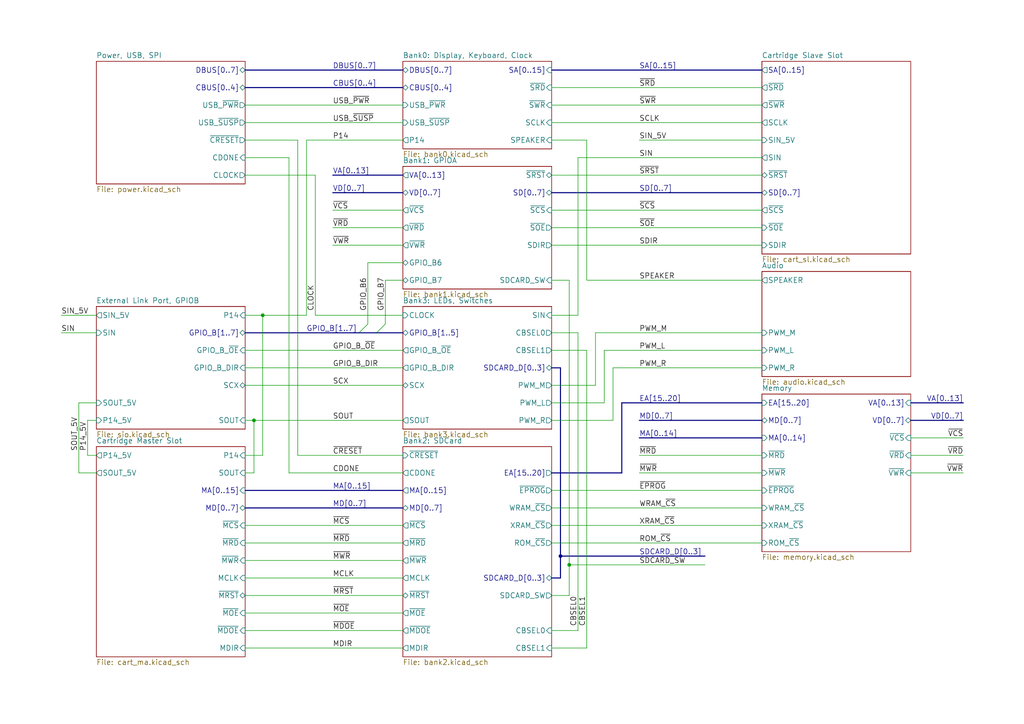
<source format=kicad_sch>
(kicad_sch
	(version 20231120)
	(generator "eeschema")
	(generator_version "8.0")
	(uuid "48db9807-b007-455a-951c-7ea167fb2069")
	(paper "A4")
	(title_block
		(title "Game Boy reverse eng. FPGA board")
		(date "2024-12-09")
		(rev "1")
		(company "CC-BY-SA-4.0 Michael Singer")
		(comment 1 "https://github.com/msinger/gbreveng/")
		(comment 2 "http://iceboy.a-singer.de/")
	)
	(lib_symbols)
	(junction
		(at 165.1 163.83)
		(diameter 0)
		(color 0 0 0 0)
		(uuid "183664f1-2fab-419e-86d6-4020822aa875")
	)
	(junction
		(at 73.66 121.92)
		(diameter 0)
		(color 0 0 0 0)
		(uuid "24d85a97-1007-46ab-a0d8-460c890235fc")
	)
	(junction
		(at 76.2 91.44)
		(diameter 0)
		(color 0 0 0 0)
		(uuid "29a1298a-d86c-41a7-a661-56f65b78cfcb")
	)
	(junction
		(at 162.56 161.29)
		(diameter 0)
		(color 0 0 0 0)
		(uuid "c1388cdc-66da-45b9-96c5-7f0e587eb013")
	)
	(bus_entry
		(at 109.22 96.52)
		(size 2.54 -2.54)
		(stroke
			(width 0)
			(type default)
		)
		(uuid "176f25e5-7075-4653-b52d-55f621372a92")
	)
	(bus_entry
		(at 104.14 96.52)
		(size 2.54 -2.54)
		(stroke
			(width 0)
			(type default)
		)
		(uuid "1e6df631-1406-4811-8ec0-9fb6c62c51fc")
	)
	(wire
		(pts
			(xy 86.36 132.08) (xy 116.84 132.08)
		)
		(stroke
			(width 0)
			(type default)
		)
		(uuid "012d7ae4-5402-478f-8c31-d322a2310aa6")
	)
	(wire
		(pts
			(xy 25.4 121.92) (xy 25.4 132.08)
		)
		(stroke
			(width 0)
			(type default)
		)
		(uuid "03e8baf6-87e4-4c83-a815-3c89026e57a8")
	)
	(wire
		(pts
			(xy 22.86 116.84) (xy 22.86 137.16)
		)
		(stroke
			(width 0)
			(type default)
		)
		(uuid "04745ba6-bc35-46ee-94af-bf9ad20b545c")
	)
	(wire
		(pts
			(xy 172.72 96.52) (xy 220.98 96.52)
		)
		(stroke
			(width 0)
			(type default)
		)
		(uuid "0576d78d-fba8-4fd0-be85-08c1add85319")
	)
	(wire
		(pts
			(xy 73.66 121.92) (xy 116.84 121.92)
		)
		(stroke
			(width 0)
			(type default)
		)
		(uuid "05968682-9eed-4d0d-a022-755893ed3e15")
	)
	(bus
		(pts
			(xy 185.42 127) (xy 220.98 127)
		)
		(stroke
			(width 0)
			(type default)
		)
		(uuid "05e9110b-c28e-412f-9b33-aff63eb3822a")
	)
	(wire
		(pts
			(xy 71.12 91.44) (xy 76.2 91.44)
		)
		(stroke
			(width 0)
			(type default)
		)
		(uuid "07e2ad15-06bf-4f1f-8bea-5ab53260292b")
	)
	(wire
		(pts
			(xy 71.12 167.64) (xy 116.84 167.64)
		)
		(stroke
			(width 0)
			(type default)
		)
		(uuid "0ad144de-b51c-42c1-857b-16efcee9e7db")
	)
	(wire
		(pts
			(xy 160.02 152.4) (xy 220.98 152.4)
		)
		(stroke
			(width 0)
			(type default)
		)
		(uuid "0ce76df8-a708-4611-8ada-79cd0ebda5f3")
	)
	(wire
		(pts
			(xy 116.84 35.56) (xy 71.12 35.56)
		)
		(stroke
			(width 0)
			(type default)
		)
		(uuid "0de18583-28f8-44e3-9f0a-6661f041b803")
	)
	(wire
		(pts
			(xy 160.02 147.32) (xy 220.98 147.32)
		)
		(stroke
			(width 0)
			(type default)
		)
		(uuid "101e8a98-0e68-4c00-98c3-99d7c065a77c")
	)
	(wire
		(pts
			(xy 177.8 106.68) (xy 220.98 106.68)
		)
		(stroke
			(width 0)
			(type default)
		)
		(uuid "128ed1ad-209f-4141-a23c-04c98c9ab69f")
	)
	(wire
		(pts
			(xy 167.64 91.44) (xy 160.02 91.44)
		)
		(stroke
			(width 0)
			(type default)
		)
		(uuid "13ef4d39-71a5-4177-aa75-797febaca68a")
	)
	(wire
		(pts
			(xy 71.12 50.8) (xy 91.44 50.8)
		)
		(stroke
			(width 0)
			(type default)
		)
		(uuid "17796a11-3a6b-47e2-b1fd-9fc5db82ec91")
	)
	(wire
		(pts
			(xy 71.12 177.8) (xy 116.84 177.8)
		)
		(stroke
			(width 0)
			(type default)
		)
		(uuid "18dbb590-3ad7-447d-9962-1146cd327ef5")
	)
	(wire
		(pts
			(xy 71.12 121.92) (xy 73.66 121.92)
		)
		(stroke
			(width 0)
			(type default)
		)
		(uuid "1d57ecb4-42f8-45dc-969a-b5f438ad8914")
	)
	(wire
		(pts
			(xy 71.12 152.4) (xy 116.84 152.4)
		)
		(stroke
			(width 0)
			(type default)
		)
		(uuid "1ef7add7-4aaa-4a22-95f5-d9d62968a72b")
	)
	(wire
		(pts
			(xy 71.12 162.56) (xy 116.84 162.56)
		)
		(stroke
			(width 0)
			(type default)
		)
		(uuid "20642cb7-bfd8-454d-9612-74322e7895cd")
	)
	(bus
		(pts
			(xy 160.02 20.32) (xy 220.98 20.32)
		)
		(stroke
			(width 0)
			(type default)
		)
		(uuid "2181d5fb-beda-4b92-815a-6efd0ed758ea")
	)
	(wire
		(pts
			(xy 220.98 101.6) (xy 175.26 101.6)
		)
		(stroke
			(width 0)
			(type default)
		)
		(uuid "251713a5-923e-43fb-896c-828e4729b33c")
	)
	(bus
		(pts
			(xy 162.56 161.29) (xy 204.47 161.29)
		)
		(stroke
			(width 0)
			(type default)
		)
		(uuid "26425954-c76f-45f1-acb1-6d80f9d8aafc")
	)
	(wire
		(pts
			(xy 160.02 142.24) (xy 220.98 142.24)
		)
		(stroke
			(width 0)
			(type default)
		)
		(uuid "28d1bdb6-b49c-4889-88ef-0537365d6184")
	)
	(wire
		(pts
			(xy 170.18 101.6) (xy 160.02 101.6)
		)
		(stroke
			(width 0)
			(type default)
		)
		(uuid "2a839e44-b7cc-4a34-818b-9548e45bfcfd")
	)
	(wire
		(pts
			(xy 172.72 111.76) (xy 172.72 96.52)
		)
		(stroke
			(width 0)
			(type default)
		)
		(uuid "2ab2ada5-281a-4937-a17e-7e2d29d55b47")
	)
	(bus
		(pts
			(xy 71.12 20.32) (xy 116.84 20.32)
		)
		(stroke
			(width 0)
			(type default)
		)
		(uuid "2ef602ab-3ae0-44f5-b6e1-07018d98f1e5")
	)
	(wire
		(pts
			(xy 71.12 45.72) (xy 83.82 45.72)
		)
		(stroke
			(width 0)
			(type default)
		)
		(uuid "2f85903d-0f31-4669-b5ba-432af0de5aa8")
	)
	(wire
		(pts
			(xy 160.02 111.76) (xy 172.72 111.76)
		)
		(stroke
			(width 0)
			(type default)
		)
		(uuid "31ac7bf8-be5f-4745-a05e-88999ef3375e")
	)
	(bus
		(pts
			(xy 96.52 55.88) (xy 116.84 55.88)
		)
		(stroke
			(width 0)
			(type default)
		)
		(uuid "337cbd16-5af5-4f62-b723-84a0000dbf9b")
	)
	(bus
		(pts
			(xy 162.56 106.68) (xy 162.56 161.29)
		)
		(stroke
			(width 0)
			(type default)
		)
		(uuid "356972ff-9a08-45a0-9d6c-d4410f7b7597")
	)
	(wire
		(pts
			(xy 111.76 81.28) (xy 111.76 93.98)
		)
		(stroke
			(width 0)
			(type default)
		)
		(uuid "379a988b-80c2-4cae-83e6-116eaaf8ae8e")
	)
	(wire
		(pts
			(xy 71.12 40.64) (xy 86.36 40.64)
		)
		(stroke
			(width 0)
			(type default)
		)
		(uuid "37cdc608-711c-4875-be35-a5c0cb907da4")
	)
	(wire
		(pts
			(xy 165.1 163.83) (xy 204.47 163.83)
		)
		(stroke
			(width 0)
			(type default)
		)
		(uuid "39786fea-8e86-4fba-96b3-f3f4b1992ae6")
	)
	(wire
		(pts
			(xy 73.66 121.92) (xy 73.66 137.16)
		)
		(stroke
			(width 0)
			(type default)
		)
		(uuid "3a537b2d-e133-4060-a52b-7a54fa8dbced")
	)
	(bus
		(pts
			(xy 160.02 137.16) (xy 180.34 137.16)
		)
		(stroke
			(width 0)
			(type default)
		)
		(uuid "3d575b2f-7c1a-4ab2-8a7d-c457e6a305a5")
	)
	(wire
		(pts
			(xy 165.1 172.72) (xy 165.1 163.83)
		)
		(stroke
			(width 0)
			(type default)
		)
		(uuid "3d8f0e27-3993-474c-a664-2883d7ad5c47")
	)
	(wire
		(pts
			(xy 71.12 182.88) (xy 116.84 182.88)
		)
		(stroke
			(width 0)
			(type default)
		)
		(uuid "3fd768cc-b06d-4799-a6d8-da206842e878")
	)
	(wire
		(pts
			(xy 167.64 45.72) (xy 167.64 91.44)
		)
		(stroke
			(width 0)
			(type default)
		)
		(uuid "3ff8cf90-9389-42a6-b7e3-c5d6a8bf5e5a")
	)
	(wire
		(pts
			(xy 106.68 76.2) (xy 116.84 76.2)
		)
		(stroke
			(width 0)
			(type default)
		)
		(uuid "424254c2-aa37-4c8b-8cdc-55c0940841f8")
	)
	(wire
		(pts
			(xy 27.94 91.44) (xy 17.78 91.44)
		)
		(stroke
			(width 0)
			(type default)
		)
		(uuid "45c14bb0-3da5-410a-9e83-5adaf98e2c4c")
	)
	(wire
		(pts
			(xy 175.26 101.6) (xy 175.26 116.84)
		)
		(stroke
			(width 0)
			(type default)
		)
		(uuid "4716b72e-8415-4ca8-831a-13ae6834f2ae")
	)
	(wire
		(pts
			(xy 96.52 60.96) (xy 116.84 60.96)
		)
		(stroke
			(width 0)
			(type default)
		)
		(uuid "49370722-e8c9-4bd4-8b2b-912183c1e0e7")
	)
	(wire
		(pts
			(xy 71.12 106.68) (xy 116.84 106.68)
		)
		(stroke
			(width 0)
			(type default)
		)
		(uuid "4b54f40f-9989-4b61-a9ad-c0300064ffbd")
	)
	(wire
		(pts
			(xy 279.4 132.08) (xy 264.16 132.08)
		)
		(stroke
			(width 0)
			(type default)
		)
		(uuid "4b98b82e-812e-48ae-a13e-d5b3c7ed317b")
	)
	(wire
		(pts
			(xy 170.18 81.28) (xy 220.98 81.28)
		)
		(stroke
			(width 0)
			(type default)
		)
		(uuid "51397f67-e47b-4701-8629-422a54669941")
	)
	(wire
		(pts
			(xy 71.12 157.48) (xy 116.84 157.48)
		)
		(stroke
			(width 0)
			(type default)
		)
		(uuid "515cb5f7-cd10-4658-a2d8-bcdaa975c5eb")
	)
	(wire
		(pts
			(xy 167.64 96.52) (xy 167.64 182.88)
		)
		(stroke
			(width 0)
			(type default)
		)
		(uuid "53860e02-5135-40bb-bf7b-7d1a4cc0805d")
	)
	(wire
		(pts
			(xy 185.42 40.64) (xy 220.98 40.64)
		)
		(stroke
			(width 0)
			(type default)
		)
		(uuid "53b4ed44-26ff-43f2-acbf-c0e066a1f591")
	)
	(wire
		(pts
			(xy 91.44 91.44) (xy 116.84 91.44)
		)
		(stroke
			(width 0)
			(type default)
		)
		(uuid "56b3a151-4a2f-4f5b-88af-80f0403dcb0c")
	)
	(wire
		(pts
			(xy 160.02 35.56) (xy 220.98 35.56)
		)
		(stroke
			(width 0)
			(type default)
		)
		(uuid "58d5271e-f6bc-437c-8901-c46618224bd5")
	)
	(bus
		(pts
			(xy 279.4 121.92) (xy 264.16 121.92)
		)
		(stroke
			(width 0)
			(type default)
		)
		(uuid "5a3cd959-93d6-424b-bb6a-267ae001ab98")
	)
	(wire
		(pts
			(xy 160.02 182.88) (xy 167.64 182.88)
		)
		(stroke
			(width 0)
			(type default)
		)
		(uuid "5b0e211c-744c-4b63-9ef4-9b82baefce1c")
	)
	(wire
		(pts
			(xy 22.86 116.84) (xy 27.94 116.84)
		)
		(stroke
			(width 0)
			(type default)
		)
		(uuid "5c6a60fe-ceb8-419e-a282-e4db25c28358")
	)
	(bus
		(pts
			(xy 71.12 142.24) (xy 116.84 142.24)
		)
		(stroke
			(width 0)
			(type default)
		)
		(uuid "5c824f35-ead5-476f-89ca-d59341827875")
	)
	(wire
		(pts
			(xy 165.1 81.28) (xy 160.02 81.28)
		)
		(stroke
			(width 0)
			(type default)
		)
		(uuid "6b60fe77-b0cd-4aa3-a6a1-dc9978e55a3a")
	)
	(wire
		(pts
			(xy 71.12 187.96) (xy 116.84 187.96)
		)
		(stroke
			(width 0)
			(type default)
		)
		(uuid "6c14ae7b-2cd3-492e-881f-7009e87408bb")
	)
	(wire
		(pts
			(xy 86.36 40.64) (xy 86.36 132.08)
		)
		(stroke
			(width 0)
			(type default)
		)
		(uuid "6fdafab4-9497-4007-9025-97dd1fa1a04f")
	)
	(bus
		(pts
			(xy 71.12 25.4) (xy 116.84 25.4)
		)
		(stroke
			(width 0)
			(type default)
		)
		(uuid "749ac355-220f-4a05-ba96-2cf6d89cf9b1")
	)
	(wire
		(pts
			(xy 160.02 50.8) (xy 220.98 50.8)
		)
		(stroke
			(width 0)
			(type default)
		)
		(uuid "753b53d4-b157-4379-9b3f-501cbf8e34e3")
	)
	(wire
		(pts
			(xy 160.02 60.96) (xy 220.98 60.96)
		)
		(stroke
			(width 0)
			(type default)
		)
		(uuid "7b7d922e-27a6-4f11-9071-66ab72b9ec31")
	)
	(wire
		(pts
			(xy 25.4 132.08) (xy 27.94 132.08)
		)
		(stroke
			(width 0)
			(type default)
		)
		(uuid "7e144cd1-06f9-4a44-bd4d-b2d859f52d37")
	)
	(wire
		(pts
			(xy 175.26 116.84) (xy 160.02 116.84)
		)
		(stroke
			(width 0)
			(type default)
		)
		(uuid "809f9588-258a-42fc-99bf-8a9a1a866742")
	)
	(wire
		(pts
			(xy 160.02 30.48) (xy 220.98 30.48)
		)
		(stroke
			(width 0)
			(type default)
		)
		(uuid "85cc8f77-c3cf-458e-beb9-3456b7d2c1ff")
	)
	(wire
		(pts
			(xy 167.64 96.52) (xy 160.02 96.52)
		)
		(stroke
			(width 0)
			(type default)
		)
		(uuid "883d2fab-3e04-4624-946f-6faaf42b31e5")
	)
	(wire
		(pts
			(xy 160.02 66.04) (xy 220.98 66.04)
		)
		(stroke
			(width 0)
			(type default)
		)
		(uuid "88676090-5878-4529-b226-3a075690202c")
	)
	(wire
		(pts
			(xy 185.42 132.08) (xy 220.98 132.08)
		)
		(stroke
			(width 0)
			(type default)
		)
		(uuid "889d1a3f-1d87-410c-8453-bd022b5a5ab1")
	)
	(bus
		(pts
			(xy 185.42 121.92) (xy 220.98 121.92)
		)
		(stroke
			(width 0)
			(type default)
		)
		(uuid "8aefcea3-6b77-4fc3-bb4a-e57b9f47d472")
	)
	(wire
		(pts
			(xy 71.12 172.72) (xy 116.84 172.72)
		)
		(stroke
			(width 0)
			(type default)
		)
		(uuid "8cce5c51-614c-4136-b5d1-ad622561bdef")
	)
	(wire
		(pts
			(xy 160.02 157.48) (xy 220.98 157.48)
		)
		(stroke
			(width 0)
			(type default)
		)
		(uuid "8d182d99-a0d1-4886-a214-6e14b1837f85")
	)
	(wire
		(pts
			(xy 279.4 127) (xy 264.16 127)
		)
		(stroke
			(width 0)
			(type default)
		)
		(uuid "9308ced7-71a4-4074-8067-05f2b55c63f7")
	)
	(bus
		(pts
			(xy 220.98 116.84) (xy 180.34 116.84)
		)
		(stroke
			(width 0)
			(type default)
		)
		(uuid "962ec7fb-dd9a-4f9f-94c8-c33ad473b911")
	)
	(wire
		(pts
			(xy 220.98 71.12) (xy 160.02 71.12)
		)
		(stroke
			(width 0)
			(type default)
		)
		(uuid "9b431270-4a74-4334-a414-16f1aaae78cf")
	)
	(wire
		(pts
			(xy 185.42 137.16) (xy 220.98 137.16)
		)
		(stroke
			(width 0)
			(type default)
		)
		(uuid "9b480c6d-0b77-40a5-908a-f385fd2ea9e9")
	)
	(wire
		(pts
			(xy 88.9 91.44) (xy 88.9 40.64)
		)
		(stroke
			(width 0)
			(type default)
		)
		(uuid "9c770969-21f2-4488-8302-3cd9fd2b49cc")
	)
	(wire
		(pts
			(xy 167.64 45.72) (xy 220.98 45.72)
		)
		(stroke
			(width 0)
			(type default)
		)
		(uuid "9e6d91d6-5659-470b-b0b4-2c2ae0487cc7")
	)
	(wire
		(pts
			(xy 88.9 40.64) (xy 116.84 40.64)
		)
		(stroke
			(width 0)
			(type default)
		)
		(uuid "a0d2a55a-9015-41bc-8c40-403ae4042f39")
	)
	(bus
		(pts
			(xy 162.56 167.64) (xy 162.56 161.29)
		)
		(stroke
			(width 0)
			(type default)
		)
		(uuid "a2b79602-d15c-4226-9f43-4df639374334")
	)
	(wire
		(pts
			(xy 165.1 163.83) (xy 165.1 81.28)
		)
		(stroke
			(width 0)
			(type default)
		)
		(uuid "a76dba1b-e970-4314-a8d7-e549a761db62")
	)
	(wire
		(pts
			(xy 160.02 172.72) (xy 165.1 172.72)
		)
		(stroke
			(width 0)
			(type default)
		)
		(uuid "aa1e0c69-c99c-405a-a982-8bedaa7b7402")
	)
	(bus
		(pts
			(xy 71.12 96.52) (xy 104.14 96.52)
		)
		(stroke
			(width 0)
			(type default)
		)
		(uuid "aabbc778-4f38-4209-a584-f2711c763a20")
	)
	(wire
		(pts
			(xy 71.12 111.76) (xy 116.84 111.76)
		)
		(stroke
			(width 0)
			(type default)
		)
		(uuid "ab3f7285-7709-4316-8c98-ccb8ac569c98")
	)
	(wire
		(pts
			(xy 76.2 91.44) (xy 88.9 91.44)
		)
		(stroke
			(width 0)
			(type default)
		)
		(uuid "acded5c5-ad7c-40ae-90cc-035fa1385b1d")
	)
	(wire
		(pts
			(xy 76.2 91.44) (xy 76.2 132.08)
		)
		(stroke
			(width 0)
			(type default)
		)
		(uuid "ae061bb4-ac02-4149-90bb-175987cf9309")
	)
	(wire
		(pts
			(xy 71.12 30.48) (xy 116.84 30.48)
		)
		(stroke
			(width 0)
			(type default)
		)
		(uuid "aeffe0c2-ad9a-4092-966b-9b3b82cf391f")
	)
	(wire
		(pts
			(xy 160.02 121.92) (xy 177.8 121.92)
		)
		(stroke
			(width 0)
			(type default)
		)
		(uuid "b30ddeff-b222-4011-a38d-be6849354f27")
	)
	(wire
		(pts
			(xy 17.78 96.52) (xy 27.94 96.52)
		)
		(stroke
			(width 0)
			(type default)
		)
		(uuid "b4bb0608-ff02-42e4-af19-37e44de7554b")
	)
	(wire
		(pts
			(xy 91.44 50.8) (xy 91.44 91.44)
		)
		(stroke
			(width 0)
			(type default)
		)
		(uuid "b674d534-855a-4b73-8e45-d66baf22eb0d")
	)
	(wire
		(pts
			(xy 279.4 137.16) (xy 264.16 137.16)
		)
		(stroke
			(width 0)
			(type default)
		)
		(uuid "b7ad463d-05c0-4c68-b06e-a033736a3509")
	)
	(bus
		(pts
			(xy 160.02 55.88) (xy 220.98 55.88)
		)
		(stroke
			(width 0)
			(type default)
		)
		(uuid "c3bfc84c-010d-41a6-962b-bc1218bb67c3")
	)
	(wire
		(pts
			(xy 83.82 137.16) (xy 116.84 137.16)
		)
		(stroke
			(width 0)
			(type default)
		)
		(uuid "c4353e93-a54d-422c-a4e9-e144ff154ac9")
	)
	(wire
		(pts
			(xy 170.18 101.6) (xy 170.18 187.96)
		)
		(stroke
			(width 0)
			(type default)
		)
		(uuid "c55b64c5-eafe-4e92-9beb-07d629b0c92b")
	)
	(wire
		(pts
			(xy 177.8 121.92) (xy 177.8 106.68)
		)
		(stroke
			(width 0)
			(type default)
		)
		(uuid "c6817253-cb42-4567-b596-a1ab6fe30333")
	)
	(wire
		(pts
			(xy 116.84 81.28) (xy 111.76 81.28)
		)
		(stroke
			(width 0)
			(type default)
		)
		(uuid "c6c39cf3-ebd4-443f-a52e-7379d8a2e0e0")
	)
	(wire
		(pts
			(xy 27.94 137.16) (xy 22.86 137.16)
		)
		(stroke
			(width 0)
			(type default)
		)
		(uuid "c815945d-33f3-452a-a0cc-1c435c97fc52")
	)
	(bus
		(pts
			(xy 162.56 106.68) (xy 160.02 106.68)
		)
		(stroke
			(width 0)
			(type default)
		)
		(uuid "ca02f263-8d69-4d16-9659-2260e4d497af")
	)
	(bus
		(pts
			(xy 109.22 96.52) (xy 116.84 96.52)
		)
		(stroke
			(width 0)
			(type default)
		)
		(uuid "d80cac97-4522-44b0-b520-8e764524add8")
	)
	(wire
		(pts
			(xy 106.68 76.2) (xy 106.68 93.98)
		)
		(stroke
			(width 0)
			(type default)
		)
		(uuid "decac8ea-2566-4510-aada-969da69ed0da")
	)
	(wire
		(pts
			(xy 71.12 101.6) (xy 116.84 101.6)
		)
		(stroke
			(width 0)
			(type default)
		)
		(uuid "df6f42ae-ff8a-426a-a65a-7017158af9d9")
	)
	(bus
		(pts
			(xy 160.02 167.64) (xy 162.56 167.64)
		)
		(stroke
			(width 0)
			(type default)
		)
		(uuid "e16058ea-7e08-4d13-84bc-1495f6a872e6")
	)
	(bus
		(pts
			(xy 180.34 116.84) (xy 180.34 137.16)
		)
		(stroke
			(width 0)
			(type default)
		)
		(uuid "e1f93b00-534d-4597-959c-dfad2c680337")
	)
	(bus
		(pts
			(xy 96.52 50.8) (xy 116.84 50.8)
		)
		(stroke
			(width 0)
			(type default)
		)
		(uuid "e44da94b-df2b-4f7c-9d49-7b9b491ca888")
	)
	(wire
		(pts
			(xy 76.2 132.08) (xy 71.12 132.08)
		)
		(stroke
			(width 0)
			(type default)
		)
		(uuid "e6010ff6-53c2-40de-be32-4aa79b9dc01c")
	)
	(wire
		(pts
			(xy 160.02 187.96) (xy 170.18 187.96)
		)
		(stroke
			(width 0)
			(type default)
		)
		(uuid "eb9aad55-6369-4087-9c16-11c4cf51b60b")
	)
	(bus
		(pts
			(xy 279.4 116.84) (xy 264.16 116.84)
		)
		(stroke
			(width 0)
			(type default)
		)
		(uuid "ec1d7b4c-a91c-412e-9999-d6f219862f7d")
	)
	(bus
		(pts
			(xy 104.14 96.52) (xy 109.22 96.52)
		)
		(stroke
			(width 0)
			(type default)
		)
		(uuid "ed7c7c13-0978-4e71-a4e0-30b14fa1cbac")
	)
	(wire
		(pts
			(xy 96.52 71.12) (xy 116.84 71.12)
		)
		(stroke
			(width 0)
			(type default)
		)
		(uuid "ef1e58a1-c398-4025-9b17-e0623815d644")
	)
	(wire
		(pts
			(xy 83.82 45.72) (xy 83.82 137.16)
		)
		(stroke
			(width 0)
			(type default)
		)
		(uuid "efa2ed3d-9953-4823-a907-f690975e9395")
	)
	(wire
		(pts
			(xy 160.02 25.4) (xy 220.98 25.4)
		)
		(stroke
			(width 0)
			(type default)
		)
		(uuid "f155120c-c29b-4b85-850f-5f2ec800bd52")
	)
	(wire
		(pts
			(xy 160.02 40.64) (xy 170.18 40.64)
		)
		(stroke
			(width 0)
			(type default)
		)
		(uuid "f1a7bbf0-a060-4e0a-92c8-4b6a577c9d1d")
	)
	(wire
		(pts
			(xy 96.52 66.04) (xy 116.84 66.04)
		)
		(stroke
			(width 0)
			(type default)
		)
		(uuid "f6b9f9e7-40ab-415d-9bd9-a0cc2827db1b")
	)
	(wire
		(pts
			(xy 170.18 40.64) (xy 170.18 81.28)
		)
		(stroke
			(width 0)
			(type default)
		)
		(uuid "fa2e4064-9bd9-4672-ba08-0364a8f6e63e")
	)
	(wire
		(pts
			(xy 73.66 137.16) (xy 71.12 137.16)
		)
		(stroke
			(width 0)
			(type default)
		)
		(uuid "fb2e650c-89c3-46e1-8c45-22e22f1c6637")
	)
	(wire
		(pts
			(xy 27.94 121.92) (xy 25.4 121.92)
		)
		(stroke
			(width 0)
			(type default)
		)
		(uuid "fd20980f-afb6-4427-b64d-c8966907542f")
	)
	(bus
		(pts
			(xy 71.12 147.32) (xy 116.84 147.32)
		)
		(stroke
			(width 0)
			(type default)
		)
		(uuid "fed4866f-6742-422e-8009-c187de761c28")
	)
	(label "VD[0..7]"
		(at 279.4 121.92 180)
		(fields_autoplaced yes)
		(effects
			(font
				(size 1.524 1.524)
			)
			(justify right bottom)
		)
		(uuid "0140d758-734d-4864-9cf4-536ca7d3404f")
	)
	(label "~{MCS}"
		(at 96.52 152.4 0)
		(fields_autoplaced yes)
		(effects
			(font
				(size 1.524 1.524)
			)
			(justify left bottom)
		)
		(uuid "11444917-407d-4cc1-81fa-2b7ae2c6299d")
	)
	(label "CLOCK"
		(at 91.44 90.17 90)
		(fields_autoplaced yes)
		(effects
			(font
				(size 1.524 1.524)
			)
			(justify left bottom)
		)
		(uuid "118e86cd-dc67-44f1-9a8d-6e0b355eeb8d")
	)
	(label "SIN"
		(at 17.78 96.52 0)
		(fields_autoplaced yes)
		(effects
			(font
				(size 1.524 1.524)
			)
			(justify left bottom)
		)
		(uuid "12bb0798-d953-495a-a03f-0e60cae9da97")
	)
	(label "~{VCS}"
		(at 279.4 127 180)
		(fields_autoplaced yes)
		(effects
			(font
				(size 1.524 1.524)
			)
			(justify right bottom)
		)
		(uuid "1385e272-7666-4790-840d-e049a4922b2a")
	)
	(label "~{VWR}"
		(at 279.4 137.16 180)
		(fields_autoplaced yes)
		(effects
			(font
				(size 1.524 1.524)
			)
			(justify right bottom)
		)
		(uuid "19c608cd-a59c-4479-ab66-ebe70037d880")
	)
	(label "MA[0..15]"
		(at 96.52 142.24 0)
		(fields_autoplaced yes)
		(effects
			(font
				(size 1.524 1.524)
			)
			(justify left bottom)
		)
		(uuid "1e6c9106-ce85-44a6-b4a7-2334015771b8")
	)
	(label "PWM_L"
		(at 185.42 101.6 0)
		(fields_autoplaced yes)
		(effects
			(font
				(size 1.524 1.524)
			)
			(justify left bottom)
		)
		(uuid "203739cc-2194-4780-9b93-27b7ccc09fc4")
	)
	(label "~{VRD}"
		(at 279.4 132.08 180)
		(fields_autoplaced yes)
		(effects
			(font
				(size 1.524 1.524)
			)
			(justify right bottom)
		)
		(uuid "20ddc7b6-e247-4c18-9ffc-b6d1632563ec")
	)
	(label "SPEAKER"
		(at 185.42 81.28 0)
		(fields_autoplaced yes)
		(effects
			(font
				(size 1.524 1.524)
			)
			(justify left bottom)
		)
		(uuid "22747591-165c-4d73-88f3-4106c754b6ef")
	)
	(label "GPIO_B6"
		(at 106.68 90.17 90)
		(fields_autoplaced yes)
		(effects
			(font
				(size 1.524 1.524)
			)
			(justify left bottom)
		)
		(uuid "231f7e7a-adf9-4880-89ff-dbf8c0c1f90c")
	)
	(label "~{SRST}"
		(at 185.42 50.8 0)
		(fields_autoplaced yes)
		(effects
			(font
				(size 1.524 1.524)
			)
			(justify left bottom)
		)
		(uuid "29255549-c879-41cb-9253-77c2f8525186")
	)
	(label "GPIO_B_DIR"
		(at 96.52 106.68 0)
		(fields_autoplaced yes)
		(effects
			(font
				(size 1.524 1.524)
			)
			(justify left bottom)
		)
		(uuid "32e6583d-43a8-45fb-98f2-b723e640eecf")
	)
	(label "SDIR"
		(at 185.42 71.12 0)
		(fields_autoplaced yes)
		(effects
			(font
				(size 1.524 1.524)
			)
			(justify left bottom)
		)
		(uuid "33c4335f-6088-4492-9497-0cd5fe62d262")
	)
	(label "PWM_R"
		(at 185.42 106.68 0)
		(fields_autoplaced yes)
		(effects
			(font
				(size 1.524 1.524)
			)
			(justify left bottom)
		)
		(uuid "34e83956-ed43-479c-b601-5fdbf0f5c146")
	)
	(label "XRAM_~{CS}"
		(at 185.42 152.4 0)
		(fields_autoplaced yes)
		(effects
			(font
				(size 1.524 1.524)
			)
			(justify left bottom)
		)
		(uuid "3de832b4-309d-41e4-94e6-5c1a0b9f626b")
	)
	(label "SD[0..7]"
		(at 185.42 55.88 0)
		(fields_autoplaced yes)
		(effects
			(font
				(size 1.524 1.524)
			)
			(justify left bottom)
		)
		(uuid "4190555f-69b6-4304-a1e6-84ca10e6a772")
	)
	(label "~{MRD}"
		(at 96.52 157.48 0)
		(fields_autoplaced yes)
		(effects
			(font
				(size 1.524 1.524)
			)
			(justify left bottom)
		)
		(uuid "4218f1a5-247b-4691-a6cd-ffa5ee791935")
	)
	(label "~{SCS}"
		(at 185.42 60.96 0)
		(fields_autoplaced yes)
		(effects
			(font
				(size 1.524 1.524)
			)
			(justify left bottom)
		)
		(uuid "49d33b3c-9bc2-4d78-a6db-8221b3cc32f2")
	)
	(label "SDCARD_D[0..3]"
		(at 185.42 161.29 0)
		(fields_autoplaced yes)
		(effects
			(font
				(size 1.524 1.524)
			)
			(justify left bottom)
		)
		(uuid "4b164715-550f-4208-a399-c7f1719999d1")
	)
	(label "~{VRD}"
		(at 96.52 66.04 0)
		(fields_autoplaced yes)
		(effects
			(font
				(size 1.524 1.524)
			)
			(justify left bottom)
		)
		(uuid "4eacae8d-c9e5-486e-850a-199e8813173b")
	)
	(label "SDCARD_SW"
		(at 185.42 163.83 0)
		(fields_autoplaced yes)
		(effects
			(font
				(size 1.524 1.524)
			)
			(justify left bottom)
		)
		(uuid "508ce8be-caf9-4c42-bba2-58abe751ab6e")
	)
	(label "~{EPROG}"
		(at 185.42 142.24 0)
		(fields_autoplaced yes)
		(effects
			(font
				(size 1.524 1.524)
			)
			(justify left bottom)
		)
		(uuid "51c6618b-1a1f-439a-b6e8-ebc2498bf89d")
	)
	(label "~{VCS}"
		(at 96.52 60.96 0)
		(fields_autoplaced yes)
		(effects
			(font
				(size 1.524 1.524)
			)
			(justify left bottom)
		)
		(uuid "5e306d2d-5f00-439b-9f0f-075cd83fc2b7")
	)
	(label "SOUT"
		(at 96.52 121.92 0)
		(fields_autoplaced yes)
		(effects
			(font
				(size 1.524 1.524)
			)
			(justify left bottom)
		)
		(uuid "62f1e5e7-6d7a-41e4-a585-fbb88a2e4dbc")
	)
	(label "CBSEL1"
		(at 170.18 181.61 90)
		(fields_autoplaced yes)
		(effects
			(font
				(size 1.524 1.524)
			)
			(justify left bottom)
		)
		(uuid "6adf7022-0f21-4403-930a-82bfa1eb3592")
	)
	(label "~{SWR}"
		(at 185.42 30.48 0)
		(fields_autoplaced yes)
		(effects
			(font
				(size 1.524 1.524)
			)
			(justify left bottom)
		)
		(uuid "6fe479ed-7b86-4b3d-b34b-61305f10cf8b")
	)
	(label "SOUT_5V"
		(at 22.86 130.81 90)
		(fields_autoplaced yes)
		(effects
			(font
				(size 1.524 1.524)
			)
			(justify left bottom)
		)
		(uuid "70f18ce5-ae12-4edf-881f-3611561b30a6")
	)
	(label "CBSEL0"
		(at 167.64 181.61 90)
		(fields_autoplaced yes)
		(effects
			(font
				(size 1.524 1.524)
			)
			(justify left bottom)
		)
		(uuid "72d6f1d3-6fe5-4e9b-880f-dd6f2413a0b3")
	)
	(label "EA[15..20]"
		(at 185.42 116.84 0)
		(fields_autoplaced yes)
		(effects
			(font
				(size 1.524 1.524)
			)
			(justify left bottom)
		)
		(uuid "73b09904-c958-43f9-b96f-8cdb411308dc")
	)
	(label "P14"
		(at 96.52 40.64 0)
		(fields_autoplaced yes)
		(effects
			(font
				(size 1.524 1.524)
			)
			(justify left bottom)
		)
		(uuid "74a8133b-3b82-4bf9-b297-d13cd1ebdce9")
	)
	(label "DBUS[0..7]"
		(at 96.52 20.32 0)
		(fields_autoplaced yes)
		(effects
			(font
				(size 1.524 1.524)
			)
			(justify left bottom)
		)
		(uuid "75a803dd-c8a6-4701-b2ac-48d2f0fba981")
	)
	(label "VA[0..13]"
		(at 279.4 116.84 180)
		(fields_autoplaced yes)
		(effects
			(font
				(size 1.524 1.524)
			)
			(justify right bottom)
		)
		(uuid "76628158-1b8f-4b40-8887-0e8632820c1a")
	)
	(label "MCLK"
		(at 96.52 167.64 0)
		(fields_autoplaced yes)
		(effects
			(font
				(size 1.524 1.524)
			)
			(justify left bottom)
		)
		(uuid "777bb9a6-d9af-4e2d-80d7-9504c03b446c")
	)
	(label "~{MRD}"
		(at 185.42 132.08 0)
		(fields_autoplaced yes)
		(effects
			(font
				(size 1.524 1.524)
			)
			(justify left bottom)
		)
		(uuid "7f820773-e46b-415b-a127-f3e7f614aae4")
	)
	(label "SIN"
		(at 185.42 45.72 0)
		(fields_autoplaced yes)
		(effects
			(font
				(size 1.524 1.524)
			)
			(justify left bottom)
		)
		(uuid "8661b9cd-2d5b-45ac-a78b-07efe725eb84")
	)
	(label "~{CRESET}"
		(at 96.52 132.08 0)
		(fields_autoplaced yes)
		(effects
			(font
				(size 1.524 1.524)
			)
			(justify left bottom)
		)
		(uuid "8686460c-080c-4f89-96fd-1908ebb7479b")
	)
	(label "VD[0..7]"
		(at 96.52 55.88 0)
		(fields_autoplaced yes)
		(effects
			(font
				(size 1.524 1.524)
			)
			(justify left bottom)
		)
		(uuid "8b290bf0-03b2-400d-8216-e10a73c8614a")
	)
	(label "SCX"
		(at 96.52 111.76 0)
		(fields_autoplaced yes)
		(effects
			(font
				(size 1.524 1.524)
			)
			(justify left bottom)
		)
		(uuid "963b6ef4-e779-484b-939a-60919e70126b")
	)
	(label "MD[0..7]"
		(at 96.52 147.32 0)
		(fields_autoplaced yes)
		(effects
			(font
				(size 1.524 1.524)
			)
			(justify left bottom)
		)
		(uuid "a5d6523b-c38d-4644-a211-33ef1e530c6a")
	)
	(label "SCLK"
		(at 185.42 35.56 0)
		(fields_autoplaced yes)
		(effects
			(font
				(size 1.524 1.524)
			)
			(justify left bottom)
		)
		(uuid "ac0c5e22-c1b3-4c13-8079-24e222ed9565")
	)
	(label "~{MWR}"
		(at 96.52 162.56 0)
		(fields_autoplaced yes)
		(effects
			(font
				(size 1.524 1.524)
			)
			(justify left bottom)
		)
		(uuid "ae327766-bd19-4b54-81c0-d8fa0bab958c")
	)
	(label "SA[0..15]"
		(at 185.42 20.32 0)
		(fields_autoplaced yes)
		(effects
			(font
				(size 1.524 1.524)
			)
			(justify left bottom)
		)
		(uuid "b0b601fa-b3c9-404f-b1fd-bfcf350c4355")
	)
	(label "MDIR"
		(at 96.52 187.96 0)
		(fields_autoplaced yes)
		(effects
			(font
				(size 1.524 1.524)
			)
			(justify left bottom)
		)
		(uuid "b1453761-b1f5-4bf5-9f7a-5cb8c15b55be")
	)
	(label "MA[0..14]"
		(at 185.42 127 0)
		(fields_autoplaced yes)
		(effects
			(font
				(size 1.524 1.524)
			)
			(justify left bottom)
		)
		(uuid "b77689ab-7c4b-4ef6-95e6-4edbdeb0aed7")
	)
	(label "~{VWR}"
		(at 96.52 71.12 0)
		(fields_autoplaced yes)
		(effects
			(font
				(size 1.524 1.524)
			)
			(justify left bottom)
		)
		(uuid "c11a00cb-1d60-40c2-a639-a18467e919ca")
	)
	(label "GPIO_B_~{OE}"
		(at 96.52 101.6 0)
		(fields_autoplaced yes)
		(effects
			(font
				(size 1.524 1.524)
			)
			(justify left bottom)
		)
		(uuid "c1661bd6-36ae-47ba-922d-97ca02037446")
	)
	(label "~{SRD}"
		(at 185.42 25.4 0)
		(fields_autoplaced yes)
		(effects
			(font
				(size 1.524 1.524)
			)
			(justify left bottom)
		)
		(uuid "c22f5555-c2ce-4e03-83f8-81f393064551")
	)
	(label "~{MOE}"
		(at 96.52 177.8 0)
		(fields_autoplaced yes)
		(effects
			(font
				(size 1.524 1.524)
			)
			(justify left bottom)
		)
		(uuid "c59b9a30-5f52-496c-8d40-7c9f0fe2da76")
	)
	(label "GPIO_B[1..7]"
		(at 88.9 96.52 0)
		(fields_autoplaced yes)
		(effects
			(font
				(size 1.524 1.524)
			)
			(justify left bottom)
		)
		(uuid "c6bd8626-9ff8-4359-9737-4d8cc240d4fe")
	)
	(label "WRAM_~{CS}"
		(at 185.42 147.32 0)
		(fields_autoplaced yes)
		(effects
			(font
				(size 1.524 1.524)
			)
			(justify left bottom)
		)
		(uuid "c7402aee-0635-4082-9690-fe4f9351f729")
	)
	(label "VA[0..13]"
		(at 96.52 50.8 0)
		(fields_autoplaced yes)
		(effects
			(font
				(size 1.524 1.524)
			)
			(justify left bottom)
		)
		(uuid "cdcbef4c-47f4-4e67-a5dd-6bafbcacd27c")
	)
	(label "GPIO_B7"
		(at 111.76 90.17 90)
		(fields_autoplaced yes)
		(effects
			(font
				(size 1.524 1.524)
			)
			(justify left bottom)
		)
		(uuid "cf2d2682-b14d-49e5-92a5-5bc9d1dc405c")
	)
	(label "SIN_5V"
		(at 17.78 91.44 0)
		(fields_autoplaced yes)
		(effects
			(font
				(size 1.524 1.524)
			)
			(justify left bottom)
		)
		(uuid "d0e99c29-ce3a-4ebe-9389-005fccef1fb3")
	)
	(label "MD[0..7]"
		(at 185.42 121.92 0)
		(fields_autoplaced yes)
		(effects
			(font
				(size 1.524 1.524)
			)
			(justify left bottom)
		)
		(uuid "d1fcf007-bf26-4aba-982d-04a80d5e75c4")
	)
	(label "CBUS[0..4]"
		(at 96.52 25.4 0)
		(fields_autoplaced yes)
		(effects
			(font
				(size 1.524 1.524)
			)
			(justify left bottom)
		)
		(uuid "d2346e41-3531-43cf-9af0-1d3b6e3ae141")
	)
	(label "SIN_5V"
		(at 185.42 40.64 0)
		(fields_autoplaced yes)
		(effects
			(font
				(size 1.524 1.524)
			)
			(justify left bottom)
		)
		(uuid "d52eecda-5336-403e-ac5f-8f20bc400ec0")
	)
	(label "CDONE"
		(at 96.52 137.16 0)
		(fields_autoplaced yes)
		(effects
			(font
				(size 1.524 1.524)
			)
			(justify left bottom)
		)
		(uuid "d5b715d5-70b3-4419-bd2d-1d3c4fe9ff79")
	)
	(label "~{SOE}"
		(at 185.42 66.04 0)
		(fields_autoplaced yes)
		(effects
			(font
				(size 1.524 1.524)
			)
			(justify left bottom)
		)
		(uuid "d82eb75d-afd6-4d2d-bebf-bf9646791040")
	)
	(label "ROM_~{CS}"
		(at 185.42 157.48 0)
		(fields_autoplaced yes)
		(effects
			(font
				(size 1.524 1.524)
			)
			(justify left bottom)
		)
		(uuid "dcc3ea7f-a0cf-418b-8b97-1012b5a35d6d")
	)
	(label "PWM_M"
		(at 185.42 96.52 0)
		(fields_autoplaced yes)
		(effects
			(font
				(size 1.524 1.524)
			)
			(justify left bottom)
		)
		(uuid "e05f6db7-89c0-4fcf-b25d-eb8167e9e22f")
	)
	(label "USB_~{PWR}"
		(at 96.52 30.48 0)
		(fields_autoplaced yes)
		(effects
			(font
				(size 1.524 1.524)
			)
			(justify left bottom)
		)
		(uuid "e7312eb6-aff3-400a-8ca7-96f085c664a2")
	)
	(label "~{MRST}"
		(at 96.52 172.72 0)
		(fields_autoplaced yes)
		(effects
			(font
				(size 1.524 1.524)
			)
			(justify left bottom)
		)
		(uuid "e7d56967-f599-4992-864e-3b37bfacdd0a")
	)
	(label "~{MWR}"
		(at 185.42 137.16 0)
		(fields_autoplaced yes)
		(effects
			(font
				(size 1.524 1.524)
			)
			(justify left bottom)
		)
		(uuid "e9bb6943-7d2a-4a6b-ab45-d8cc10e184b7")
	)
	(label "USB_~{SUSP}"
		(at 96.52 35.56 0)
		(fields_autoplaced yes)
		(effects
			(font
				(size 1.524 1.524)
			)
			(justify left bottom)
		)
		(uuid "ebe2239b-d606-4992-8c17-e2b48a65b6d7")
	)
	(label "~{MDOE}"
		(at 96.52 182.88 0)
		(fields_autoplaced yes)
		(effects
			(font
				(size 1.524 1.524)
			)
			(justify left bottom)
		)
		(uuid "efdb81e0-0361-4234-b183-9f281145d7f4")
	)
	(label "P14_5V"
		(at 25.4 130.81 90)
		(fields_autoplaced yes)
		(effects
			(font
				(size 1.524 1.524)
			)
			(justify left bottom)
		)
		(uuid "f1e58d39-8199-4eb3-8237-7887c69e41c0")
	)
	(sheet
		(at 27.94 17.78)
		(size 43.18 35.56)
		(fields_autoplaced yes)
		(stroke
			(width 0)
			(type solid)
		)
		(fill
			(color 0 0 0 0.0000)
		)
		(uuid "00000000-0000-0000-0000-00005c059af6")
		(property "Sheetname" "Power, USB, SPI"
			(at 27.94 16.9414 0)
			(effects
				(font
					(size 1.524 1.524)
				)
				(justify left bottom)
			)
		)
		(property "Sheetfile" "power.kicad_sch"
			(at 27.94 54.0262 0)
			(effects
				(font
					(size 1.524 1.524)
				)
				(justify left top)
			)
		)
		(pin "CDONE" input
			(at 71.12 45.72 0)
			(effects
				(font
					(size 1.524 1.524)
				)
				(justify right)
			)
			(uuid "ee9cfc80-008a-4786-832d-a74f4b16cdd3")
		)
		(pin "~{CRESET}" output
			(at 71.12 40.64 0)
			(effects
				(font
					(size 1.524 1.524)
				)
				(justify right)
			)
			(uuid "295fde4c-819e-4ec1-8f7e-ba34056c11af")
		)
		(pin "USB_~{PWR}" output
			(at 71.12 30.48 0)
			(effects
				(font
					(size 1.524 1.524)
				)
				(justify right)
			)
			(uuid "48b8af65-8370-4ab6-9676-526d2b4e7fa7")
		)
		(pin "USB_~{SUSP}" output
			(at 71.12 35.56 0)
			(effects
				(font
					(size 1.524 1.524)
				)
				(justify right)
			)
			(uuid "4e33a02c-5c67-4b72-bd22-24868ff42bd8")
		)
		(pin "DBUS[0..7]" bidirectional
			(at 71.12 20.32 0)
			(effects
				(font
					(size 1.524 1.524)
				)
				(justify right)
			)
			(uuid "eb61b3cd-6b43-4fc8-8578-8d4b24618860")
		)
		(pin "CBUS[0..4]" bidirectional
			(at 71.12 25.4 0)
			(effects
				(font
					(size 1.524 1.524)
				)
				(justify right)
			)
			(uuid "cc20119b-3f50-46ee-b78d-f293370b450d")
		)
		(pin "CLOCK" output
			(at 71.12 50.8 0)
			(effects
				(font
					(size 1.524 1.524)
				)
				(justify right)
			)
			(uuid "80841390-9e41-418e-8870-7dd791efbd52")
		)
		(instances
			(project "fpgaboard"
				(path "/48db9807-b007-455a-951c-7ea167fb2069"
					(page "2")
				)
			)
		)
	)
	(sheet
		(at 116.84 17.78)
		(size 43.18 25.4)
		(fields_autoplaced yes)
		(stroke
			(width 0)
			(type solid)
		)
		(fill
			(color 0 0 0 0.0000)
		)
		(uuid "00000000-0000-0000-0000-00005c06cd2f")
		(property "Sheetname" "Bank0: Display, Keyboard, Clock"
			(at 116.84 16.9414 0)
			(effects
				(font
					(size 1.524 1.524)
				)
				(justify left bottom)
			)
		)
		(property "Sheetfile" "bank0.kicad_sch"
			(at 116.84 43.8662 0)
			(effects
				(font
					(size 1.524 1.524)
				)
				(justify left top)
			)
		)
		(pin "DBUS[0..7]" bidirectional
			(at 116.84 20.32 180)
			(effects
				(font
					(size 1.524 1.524)
				)
				(justify left)
			)
			(uuid "e69b7454-d4d5-40c8-b9ba-7496a8400b0c")
		)
		(pin "USB_~{PWR}" input
			(at 116.84 30.48 180)
			(effects
				(font
					(size 1.524 1.524)
				)
				(justify left)
			)
			(uuid "a219225e-d9d7-4b98-a913-9b8e97dd7a84")
		)
		(pin "USB_~{SUSP}" input
			(at 116.84 35.56 180)
			(effects
				(font
					(size 1.524 1.524)
				)
				(justify left)
			)
			(uuid "72af41bf-d9bd-46cb-bfdb-d170f641554f")
		)
		(pin "SPEAKER" input
			(at 160.02 40.64 0)
			(effects
				(font
					(size 1.524 1.524)
				)
				(justify right)
			)
			(uuid "1bfe81aa-addf-46ee-ac9f-103e8cac349d")
		)
		(pin "CBUS[0..4]" bidirectional
			(at 116.84 25.4 180)
			(effects
				(font
					(size 1.524 1.524)
				)
				(justify left)
			)
			(uuid "98a491fb-9994-4173-aeef-9a8054eeaedb")
		)
		(pin "P14" output
			(at 116.84 40.64 180)
			(effects
				(font
					(size 1.524 1.524)
				)
				(justify left)
			)
			(uuid "d0dcffab-73f1-4575-a60e-1033fc78c185")
		)
		(pin "SA[0..15]" input
			(at 160.02 20.32 0)
			(effects
				(font
					(size 1.524 1.524)
				)
				(justify right)
			)
			(uuid "9976624f-6677-42ad-8fa3-9a46e7b21baf")
		)
		(pin "~{SRD}" input
			(at 160.02 25.4 0)
			(effects
				(font
					(size 1.524 1.524)
				)
				(justify right)
			)
			(uuid "433748c5-d833-4960-aa0a-d0b9d9bca25b")
		)
		(pin "SCLK" input
			(at 160.02 35.56 0)
			(effects
				(font
					(size 1.524 1.524)
				)
				(justify right)
			)
			(uuid "d1cd1839-97ca-414f-9a19-d624fc98e3fe")
		)
		(pin "~{SWR}" input
			(at 160.02 30.48 0)
			(effects
				(font
					(size 1.524 1.524)
				)
				(justify right)
			)
			(uuid "10cb5abc-eb3f-4337-9354-d86f484c930b")
		)
		(instances
			(project "fpgaboard"
				(path "/48db9807-b007-455a-951c-7ea167fb2069"
					(page "5")
				)
			)
		)
	)
	(sheet
		(at 116.84 129.54)
		(size 43.18 60.96)
		(fields_autoplaced yes)
		(stroke
			(width 0)
			(type solid)
		)
		(fill
			(color 0 0 0 0.0000)
		)
		(uuid "00000000-0000-0000-0000-00005c1579cb")
		(property "Sheetname" "Bank2: SDCard"
			(at 116.84 128.7014 0)
			(effects
				(font
					(size 1.524 1.524)
				)
				(justify left bottom)
			)
		)
		(property "Sheetfile" "bank2.kicad_sch"
			(at 116.84 191.1862 0)
			(effects
				(font
					(size 1.524 1.524)
				)
				(justify left top)
			)
		)
		(pin "~{CRESET}" input
			(at 116.84 132.08 180)
			(effects
				(font
					(size 1.524 1.524)
				)
				(justify left)
			)
			(uuid "bf48e58c-3a8d-4429-b914-af371ecd1b63")
		)
		(pin "CDONE" output
			(at 116.84 137.16 180)
			(effects
				(font
					(size 1.524 1.524)
				)
				(justify left)
			)
			(uuid "b642dfae-572d-46b8-8f95-3d4cfcb6b7fd")
		)
		(pin "CBSEL0" input
			(at 160.02 182.88 0)
			(effects
				(font
					(size 1.524 1.524)
				)
				(justify right)
			)
			(uuid "dbfb46c6-6647-4e36-98ef-eb751bc8cc7e")
		)
		(pin "CBSEL1" input
			(at 160.02 187.96 0)
			(effects
				(font
					(size 1.524 1.524)
				)
				(justify right)
			)
			(uuid "53c0216d-7685-47a8-b547-6fb66d45f81d")
		)
		(pin "SDCARD_SW" output
			(at 160.02 172.72 0)
			(effects
				(font
					(size 1.524 1.524)
				)
				(justify right)
			)
			(uuid "51f70f9b-82d7-445c-9a23-85a0877f4d57")
		)
		(pin "SDCARD_D[0..3]" bidirectional
			(at 160.02 167.64 0)
			(effects
				(font
					(size 1.524 1.524)
				)
				(justify right)
			)
			(uuid "20bf6288-b818-426d-a00a-c000bc073998")
		)
		(pin "WRAM_~{CS}" output
			(at 160.02 147.32 0)
			(effects
				(font
					(size 1.524 1.524)
				)
				(justify right)
			)
			(uuid "52dfedc1-6c6f-4304-8fe7-248cc364e72c")
		)
		(pin "XRAM_~{CS}" output
			(at 160.02 152.4 0)
			(effects
				(font
					(size 1.524 1.524)
				)
				(justify right)
			)
			(uuid "e672385c-db6a-4459-be52-90f9a2998e69")
		)
		(pin "ROM_~{CS}" output
			(at 160.02 157.48 0)
			(effects
				(font
					(size 1.524 1.524)
				)
				(justify right)
			)
			(uuid "909950d1-4b50-4b83-9802-71c85a2c3080")
		)
		(pin "~{EPROG}" output
			(at 160.02 142.24 0)
			(effects
				(font
					(size 1.524 1.524)
				)
				(justify right)
			)
			(uuid "2538108f-5b84-4932-b6ad-13f5668bd3e4")
		)
		(pin "~{MWR}" output
			(at 116.84 162.56 180)
			(effects
				(font
					(size 1.524 1.524)
				)
				(justify left)
			)
			(uuid "88534c3b-7fdb-4cce-9984-c664a228e56b")
		)
		(pin "~{MOE}" output
			(at 116.84 177.8 180)
			(effects
				(font
					(size 1.524 1.524)
				)
				(justify left)
			)
			(uuid "d89f79ef-a2dc-4f0f-9199-96d02376f4ac")
		)
		(pin "MCLK" output
			(at 116.84 167.64 180)
			(effects
				(font
					(size 1.524 1.524)
				)
				(justify left)
			)
			(uuid "bedc6b8b-1ba3-4cf8-a3f8-55fa65a1ea9d")
		)
		(pin "~{MRD}" output
			(at 116.84 157.48 180)
			(effects
				(font
					(size 1.524 1.524)
				)
				(justify left)
			)
			(uuid "5d012aaa-5b60-4cca-bf55-08c25f657bd8")
		)
		(pin "MDIR" output
			(at 116.84 187.96 180)
			(effects
				(font
					(size 1.524 1.524)
				)
				(justify left)
			)
			(uuid "d4edbffc-b4c9-4253-baea-cc15ef368425")
		)
		(pin "~{MCS}" output
			(at 116.84 152.4 180)
			(effects
				(font
					(size 1.524 1.524)
				)
				(justify left)
			)
			(uuid "e1ff8ac9-bba7-4573-a664-180f5a291829")
		)
		(pin "~{MDOE}" output
			(at 116.84 182.88 180)
			(effects
				(font
					(size 1.524 1.524)
				)
				(justify left)
			)
			(uuid "b6a0a5ae-d460-4dcc-ad96-ed75dfcd26dd")
		)
		(pin "~{MRST}" bidirectional
			(at 116.84 172.72 180)
			(effects
				(font
					(size 1.524 1.524)
				)
				(justify left)
			)
			(uuid "1744a315-c753-49e4-8dc3-4803a129a257")
		)
		(pin "MD[0..7]" tri_state
			(at 116.84 147.32 180)
			(effects
				(font
					(size 1.524 1.524)
				)
				(justify left)
			)
			(uuid "4e3054b5-ce76-4f3c-be40-580e442c0702")
		)
		(pin "MA[0..15]" output
			(at 116.84 142.24 180)
			(effects
				(font
					(size 1.524 1.524)
				)
				(justify left)
			)
			(uuid "5157ee22-9e0c-4c42-b6b0-1e422fdfc2e3")
		)
		(pin "EA[15..20]" output
			(at 160.02 137.16 0)
			(effects
				(font
					(size 1.524 1.524)
				)
				(justify right)
			)
			(uuid "cc1c52b9-859f-4b75-a484-fb8a461d47d5")
		)
		(instances
			(project "fpgaboard"
				(path "/48db9807-b007-455a-951c-7ea167fb2069"
					(page "8")
				)
			)
		)
	)
	(sheet
		(at 116.84 88.9)
		(size 43.18 35.56)
		(fields_autoplaced yes)
		(stroke
			(width 0)
			(type solid)
		)
		(fill
			(color 0 0 0 0.0000)
		)
		(uuid "00000000-0000-0000-0000-00005c15ae59")
		(property "Sheetname" "Bank3: LEDs, Switches"
			(at 116.84 88.0614 0)
			(effects
				(font
					(size 1.524 1.524)
				)
				(justify left bottom)
			)
		)
		(property "Sheetfile" "bank3.kicad_sch"
			(at 116.84 125.1462 0)
			(effects
				(font
					(size 1.524 1.524)
				)
				(justify left top)
			)
		)
		(pin "CBSEL0" output
			(at 160.02 96.52 0)
			(effects
				(font
					(size 1.524 1.524)
				)
				(justify right)
			)
			(uuid "130bb68a-e231-42da-b7fb-82c4995b81f6")
		)
		(pin "CBSEL1" output
			(at 160.02 101.6 0)
			(effects
				(font
					(size 1.524 1.524)
				)
				(justify right)
			)
			(uuid "23ff537b-5944-459a-9b82-f1baafa8a75c")
		)
		(pin "CLOCK" input
			(at 116.84 91.44 180)
			(effects
				(font
					(size 1.524 1.524)
				)
				(justify left)
			)
			(uuid "8c9da2ab-aa5d-4df8-a445-a9b828a6a8ff")
		)
		(pin "GPIO_B[1..5]" tri_state
			(at 116.84 96.52 180)
			(effects
				(font
					(size 1.524 1.524)
				)
				(justify left)
			)
			(uuid "a933ec29-0c53-4211-88e6-3d13b4d90a5f")
		)
		(pin "SDCARD_D[0..3]" bidirectional
			(at 160.02 106.68 0)
			(effects
				(font
					(size 1.524 1.524)
				)
				(justify right)
			)
			(uuid "368a2de2-6e34-40bb-9fe2-d9a9277e290a")
		)
		(pin "PWM_R" output
			(at 160.02 121.92 0)
			(effects
				(font
					(size 1.524 1.524)
				)
				(justify right)
			)
			(uuid "01da31ed-e273-491d-814c-532fad56bc66")
		)
		(pin "PWM_L" output
			(at 160.02 116.84 0)
			(effects
				(font
					(size 1.524 1.524)
				)
				(justify right)
			)
			(uuid "7e982010-33eb-4631-94f3-3b135cfb69f9")
		)
		(pin "PWM_M" output
			(at 160.02 111.76 0)
			(effects
				(font
					(size 1.524 1.524)
				)
				(justify right)
			)
			(uuid "4bcf3f0f-3fca-46cc-a58e-c60de47b4f4c")
		)
		(pin "GPIO_B_DIR" output
			(at 116.84 106.68 180)
			(effects
				(font
					(size 1.524 1.524)
				)
				(justify left)
			)
			(uuid "3dd876c0-2971-4420-9237-0803128e0f67")
		)
		(pin "GPIO_B_~{OE}" output
			(at 116.84 101.6 180)
			(effects
				(font
					(size 1.524 1.524)
				)
				(justify left)
			)
			(uuid "eb74ea26-94f7-49a1-88c3-a217cae5c492")
		)
		(pin "SCX" bidirectional
			(at 116.84 111.76 180)
			(effects
				(font
					(size 1.524 1.524)
				)
				(justify left)
			)
			(uuid "3834de95-3a0b-4a45-b582-1b9c921fc838")
		)
		(pin "SIN" input
			(at 160.02 91.44 0)
			(effects
				(font
					(size 1.524 1.524)
				)
				(justify right)
			)
			(uuid "b1c8aece-5ad6-45ad-a362-66cff72a2bcd")
		)
		(pin "SOUT" output
			(at 116.84 121.92 180)
			(effects
				(font
					(size 1.524 1.524)
				)
				(justify left)
			)
			(uuid "a6e796b9-6e7d-432b-9ec9-63a7df4cfa02")
		)
		(instances
			(project "fpgaboard"
				(path "/48db9807-b007-455a-951c-7ea167fb2069"
					(page "7")
				)
			)
		)
	)
	(sheet
		(at 116.84 48.26)
		(size 43.18 35.56)
		(fields_autoplaced yes)
		(stroke
			(width 0)
			(type solid)
		)
		(fill
			(color 0 0 0 0.0000)
		)
		(uuid "00000000-0000-0000-0000-00005c16ebfa")
		(property "Sheetname" "Bank1: GPIOA"
			(at 116.84 47.4214 0)
			(effects
				(font
					(size 1.524 1.524)
				)
				(justify left bottom)
			)
		)
		(property "Sheetfile" "bank1.kicad_sch"
			(at 116.84 84.5062 0)
			(effects
				(font
					(size 1.524 1.524)
				)
				(justify left top)
			)
		)
		(pin "SDCARD_SW" input
			(at 160.02 81.28 0)
			(effects
				(font
					(size 1.524 1.524)
				)
				(justify right)
			)
			(uuid "bd99d4ab-c1c7-4d6b-b777-d72df641740c")
		)
		(pin "GPIO_B6" tri_state
			(at 116.84 76.2 180)
			(effects
				(font
					(size 1.524 1.524)
				)
				(justify left)
			)
			(uuid "25f8f9e1-e0eb-4f69-896b-e843912be395")
		)
		(pin "GPIO_B7" tri_state
			(at 116.84 81.28 180)
			(effects
				(font
					(size 1.524 1.524)
				)
				(justify left)
			)
			(uuid "4e0f5d13-7011-420e-904d-33c860bf039f")
		)
		(pin "SD[0..7]" tri_state
			(at 160.02 55.88 0)
			(effects
				(font
					(size 1.524 1.524)
				)
				(justify right)
			)
			(uuid "ddcdc447-9605-4a59-9fd2-5a411bc28a53")
		)
		(pin "SDIR" output
			(at 160.02 71.12 0)
			(effects
				(font
					(size 1.524 1.524)
				)
				(justify right)
			)
			(uuid "9cd26782-139a-41ab-bf8b-d4edaf2428f0")
		)
		(pin "~{SCS}" input
			(at 160.02 60.96 0)
			(effects
				(font
					(size 1.524 1.524)
				)
				(justify right)
			)
			(uuid "f082a98f-a109-47ed-a01e-2b761d39fd02")
		)
		(pin "~{SRST}" bidirectional
			(at 160.02 50.8 0)
			(effects
				(font
					(size 1.524 1.524)
				)
				(justify right)
			)
			(uuid "9c0151d6-249f-46b7-a708-2b83180ad40d")
		)
		(pin "VD[0..7]" tri_state
			(at 116.84 55.88 180)
			(effects
				(font
					(size 1.524 1.524)
				)
				(justify left)
			)
			(uuid "a4130454-7a11-424c-8cf4-309d0c511a83")
		)
		(pin "VA[0..13]" output
			(at 116.84 50.8 180)
			(effects
				(font
					(size 1.524 1.524)
				)
				(justify left)
			)
			(uuid "bca17534-8f5b-44fc-896e-bda96f845ecb")
		)
		(pin "~{VCS}" output
			(at 116.84 60.96 180)
			(effects
				(font
					(size 1.524 1.524)
				)
				(justify left)
			)
			(uuid "b4460416-223f-45ce-af81-5bffb3664602")
		)
		(pin "~{VRD}" output
			(at 116.84 66.04 180)
			(effects
				(font
					(size 1.524 1.524)
				)
				(justify left)
			)
			(uuid "f243f1cd-33cc-43c4-b471-2f671a62ba40")
		)
		(pin "~{VWR}" output
			(at 116.84 71.12 180)
			(effects
				(font
					(size 1.524 1.524)
				)
				(justify left)
			)
			(uuid "c33791a9-23bb-43c5-9954-6b1c4e19d6d0")
		)
		(pin "~{SOE}" output
			(at 160.02 66.04 0)
			(effects
				(font
					(size 1.524 1.524)
				)
				(justify right)
			)
			(uuid "aa41b1ee-0de0-4187-9cfd-f1113ab580f5")
		)
		(instances
			(project "fpgaboard"
				(path "/48db9807-b007-455a-951c-7ea167fb2069"
					(page "6")
				)
			)
		)
	)
	(sheet
		(at 27.94 129.54)
		(size 43.18 60.96)
		(fields_autoplaced yes)
		(stroke
			(width 0)
			(type solid)
		)
		(fill
			(color 0 0 0 0.0000)
		)
		(uuid "00000000-0000-0000-0000-00005c1815a3")
		(property "Sheetname" "Cartridge Master Slot"
			(at 27.94 128.7014 0)
			(effects
				(font
					(size 1.524 1.524)
				)
				(justify left bottom)
			)
		)
		(property "Sheetfile" "cart_ma.kicad_sch"
			(at 27.94 191.1862 0)
			(effects
				(font
					(size 1.524 1.524)
				)
				(justify left top)
			)
		)
		(pin "SOUT" input
			(at 71.12 137.16 0)
			(effects
				(font
					(size 1.524 1.524)
				)
				(justify right)
			)
			(uuid "2c9ad841-1119-4b9a-b786-ef7e18e04eb4")
		)
		(pin "P14" input
			(at 71.12 132.08 0)
			(effects
				(font
					(size 1.524 1.524)
				)
				(justify right)
			)
			(uuid "08e51606-def7-4694-b6a2-33eba70fb6cc")
		)
		(pin "P14_5V" output
			(at 27.94 132.08 180)
			(effects
				(font
					(size 1.524 1.524)
				)
				(justify left)
			)
			(uuid "5d2a8aa2-246d-4097-9ebd-9ce0c4dbed74")
		)
		(pin "SOUT_5V" output
			(at 27.94 137.16 180)
			(effects
				(font
					(size 1.524 1.524)
				)
				(justify left)
			)
			(uuid "fad0d8fb-cef2-48dd-b67b-3d9d75303b2e")
		)
		(pin "MD[0..7]" tri_state
			(at 71.12 147.32 0)
			(effects
				(font
					(size 1.524 1.524)
				)
				(justify right)
			)
			(uuid "bcf7745b-d5df-4eb2-bef4-ff616f643f04")
		)
		(pin "MDIR" input
			(at 71.12 187.96 0)
			(effects
				(font
					(size 1.524 1.524)
				)
				(justify right)
			)
			(uuid "3780c537-bfd5-4e1a-8854-468ed4beea30")
		)
		(pin "~{MDOE}" input
			(at 71.12 182.88 0)
			(effects
				(font
					(size 1.524 1.524)
				)
				(justify right)
			)
			(uuid "26f6fdee-0d80-4bf8-bbf3-43a0f0394b25")
		)
		(pin "MCLK" input
			(at 71.12 167.64 0)
			(effects
				(font
					(size 1.524 1.524)
				)
				(justify right)
			)
			(uuid "a605dcbe-bc9d-4a08-9fdf-09278e85b9a6")
		)
		(pin "~{MCS}" input
			(at 71.12 152.4 0)
			(effects
				(font
					(size 1.524 1.524)
				)
				(justify right)
			)
			(uuid "2375de48-c73f-4c33-8887-2d51a8f07e62")
		)
		(pin "~{MRD}" input
			(at 71.12 157.48 0)
			(effects
				(font
					(size 1.524 1.524)
				)
				(justify right)
			)
			(uuid "3496f837-613f-4105-8c44-eceb1d44e70f")
		)
		(pin "~{MWR}" input
			(at 71.12 162.56 0)
			(effects
				(font
					(size 1.524 1.524)
				)
				(justify right)
			)
			(uuid "adee2ef2-8030-4088-8fdc-479c54ec7b91")
		)
		(pin "~{MRST}" bidirectional
			(at 71.12 172.72 0)
			(effects
				(font
					(size 1.524 1.524)
				)
				(justify right)
			)
			(uuid "d0f92507-a03b-405b-9144-071bfea36f45")
		)
		(pin "MA[0..15]" input
			(at 71.12 142.24 0)
			(effects
				(font
					(size 1.524 1.524)
				)
				(justify right)
			)
			(uuid "87edd385-cece-4e78-9d55-04cf74c67ed7")
		)
		(pin "~{MOE}" input
			(at 71.12 177.8 0)
			(effects
				(font
					(size 1.524 1.524)
				)
				(justify right)
			)
			(uuid "dae8b41c-439e-4de1-bcd4-5c7d3c596f23")
		)
		(instances
			(project "fpgaboard"
				(path "/48db9807-b007-455a-951c-7ea167fb2069"
					(page "4")
				)
			)
		)
	)
	(sheet
		(at 220.98 17.78)
		(size 43.18 55.88)
		(fields_autoplaced yes)
		(stroke
			(width 0)
			(type solid)
		)
		(fill
			(color 0 0 0 0.0000)
		)
		(uuid "00000000-0000-0000-0000-00005c26500c")
		(property "Sheetname" "Cartridge Slave Slot"
			(at 220.98 16.9414 0)
			(effects
				(font
					(size 1.524 1.524)
				)
				(justify left bottom)
			)
		)
		(property "Sheetfile" "cart_sl.kicad_sch"
			(at 220.98 74.3462 0)
			(effects
				(font
					(size 1.524 1.524)
				)
				(justify left top)
			)
		)
		(pin "SIN" output
			(at 220.98 45.72 180)
			(effects
				(font
					(size 1.524 1.524)
				)
				(justify left)
			)
			(uuid "0260cf44-5eff-480a-9389-3cebbe9aecfd")
		)
		(pin "SIN_5V" input
			(at 220.98 40.64 180)
			(effects
				(font
					(size 1.524 1.524)
				)
				(justify left)
			)
			(uuid "406d0500-0ef8-4b82-b2a0-6dae2e4e0c5c")
		)
		(pin "SA[0..15]" output
			(at 220.98 20.32 180)
			(effects
				(font
					(size 1.524 1.524)
				)
				(justify left)
			)
			(uuid "7662c541-97d7-4217-a1f6-c0ff3af54b2f")
		)
		(pin "~{SRST}" bidirectional
			(at 220.98 50.8 180)
			(effects
				(font
					(size 1.524 1.524)
				)
				(justify left)
			)
			(uuid "01234be2-c018-4898-83e7-38794ea77292")
		)
		(pin "SD[0..7]" tri_state
			(at 220.98 55.88 180)
			(effects
				(font
					(size 1.524 1.524)
				)
				(justify left)
			)
			(uuid "e57796cb-39cb-4f41-a4a1-92c29357c614")
		)
		(pin "~{SCS}" output
			(at 220.98 60.96 180)
			(effects
				(font
					(size 1.524 1.524)
				)
				(justify left)
			)
			(uuid "befe64be-20b4-4255-b78a-d4d2662a0ca6")
		)
		(pin "SCLK" output
			(at 220.98 35.56 180)
			(effects
				(font
					(size 1.524 1.524)
				)
				(justify left)
			)
			(uuid "f2316181-8599-4228-ae60-9636fce12d77")
		)
		(pin "~{SWR}" output
			(at 220.98 30.48 180)
			(effects
				(font
					(size 1.524 1.524)
				)
				(justify left)
			)
			(uuid "5e6f6e4b-b562-429e-a24d-9f9d43ea0750")
		)
		(pin "~{SRD}" output
			(at 220.98 25.4 180)
			(effects
				(font
					(size 1.524 1.524)
				)
				(justify left)
			)
			(uuid "9846c969-6447-4918-a931-39ae5ec0e702")
		)
		(pin "SDIR" input
			(at 220.98 71.12 180)
			(effects
				(font
					(size 1.524 1.524)
				)
				(justify left)
			)
			(uuid "637e99a0-dfa0-4a2e-a5a7-c8d3dd40a9e8")
		)
		(pin "~{SOE}" input
			(at 220.98 66.04 180)
			(effects
				(font
					(size 1.524 1.524)
				)
				(justify left)
			)
			(uuid "85703e6a-d558-4d49-85e8-a224c233842f")
		)
		(instances
			(project "fpgaboard"
				(path "/48db9807-b007-455a-951c-7ea167fb2069"
					(page "9")
				)
			)
		)
	)
	(sheet
		(at 220.98 114.3)
		(size 43.18 45.72)
		(fields_autoplaced yes)
		(stroke
			(width 0)
			(type solid)
		)
		(fill
			(color 0 0 0 0.0000)
		)
		(uuid "00000000-0000-0000-0000-00005c2795cb")
		(property "Sheetname" "Memory"
			(at 220.98 113.4614 0)
			(effects
				(font
					(size 1.524 1.524)
				)
				(justify left bottom)
			)
		)
		(property "Sheetfile" "memory.kicad_sch"
			(at 220.98 160.7062 0)
			(effects
				(font
					(size 1.524 1.524)
				)
				(justify left top)
			)
		)
		(pin "VD[0..7]" tri_state
			(at 264.16 121.92 0)
			(effects
				(font
					(size 1.524 1.524)
				)
				(justify right)
			)
			(uuid "496e280f-89fc-43c2-88a3-f782fb5688da")
		)
		(pin "~{VRD}" input
			(at 264.16 132.08 0)
			(effects
				(font
					(size 1.524 1.524)
				)
				(justify right)
			)
			(uuid "9348bad2-d711-4886-94db-9f7bb907097f")
		)
		(pin "~{VWR}" input
			(at 264.16 137.16 0)
			(effects
				(font
					(size 1.524 1.524)
				)
				(justify right)
			)
			(uuid "145c4b0f-9438-4c32-8d4d-725a09b8af50")
		)
		(pin "~{VCS}" input
			(at 264.16 127 0)
			(effects
				(font
					(size 1.524 1.524)
				)
				(justify right)
			)
			(uuid "2fbb87d8-ab24-4a42-a6a8-60102c215c3a")
		)
		(pin "VA[0..13]" input
			(at 264.16 116.84 0)
			(effects
				(font
					(size 1.524 1.524)
				)
				(justify right)
			)
			(uuid "cfd77a68-282e-44e2-a090-3e3dc08b949b")
		)
		(pin "WRAM_~{CS}" input
			(at 220.98 147.32 180)
			(effects
				(font
					(size 1.524 1.524)
				)
				(justify left)
			)
			(uuid "ebf0ec76-c279-4480-ac15-82167b7ae8da")
		)
		(pin "XRAM_~{CS}" input
			(at 220.98 152.4 180)
			(effects
				(font
					(size 1.524 1.524)
				)
				(justify left)
			)
			(uuid "2bf12f73-9cdd-4707-a1ff-20752cc8abe4")
		)
		(pin "~{MRD}" input
			(at 220.98 132.08 180)
			(effects
				(font
					(size 1.524 1.524)
				)
				(justify left)
			)
			(uuid "70ed7d8c-3c09-44aa-8dd8-54c2e4f40b4c")
		)
		(pin "~{MWR}" input
			(at 220.98 137.16 180)
			(effects
				(font
					(size 1.524 1.524)
				)
				(justify left)
			)
			(uuid "2bdba930-c934-4a59-8dad-bee929dec484")
		)
		(pin "ROM_~{CS}" input
			(at 220.98 157.48 180)
			(effects
				(font
					(size 1.524 1.524)
				)
				(justify left)
			)
			(uuid "6ca8074e-b230-49f3-b9da-a2ac9ae17d2e")
		)
		(pin "MD[0..7]" tri_state
			(at 220.98 121.92 180)
			(effects
				(font
					(size 1.524 1.524)
				)
				(justify left)
			)
			(uuid "75e5a524-7ae6-4857-902f-31766df752c6")
		)
		(pin "~{EPROG}" input
			(at 220.98 142.24 180)
			(effects
				(font
					(size 1.524 1.524)
				)
				(justify left)
			)
			(uuid "6aab9090-bae9-4b5b-8deb-e5e01d385ae8")
		)
		(pin "MA[0..14]" input
			(at 220.98 127 180)
			(effects
				(font
					(size 1.524 1.524)
				)
				(justify left)
			)
			(uuid "e6a42979-df29-44ef-a2bc-a3116abbeb9d")
		)
		(pin "EA[15..20]" input
			(at 220.98 116.84 180)
			(effects
				(font
					(size 1.524 1.524)
				)
				(justify left)
			)
			(uuid "8d662f6a-60d0-4e4f-b553-90e0674e86e0")
		)
		(instances
			(project "fpgaboard"
				(path "/48db9807-b007-455a-951c-7ea167fb2069"
					(page "11")
				)
			)
		)
	)
	(sheet
		(at 27.94 88.9)
		(size 43.18 35.56)
		(fields_autoplaced yes)
		(stroke
			(width 0)
			(type solid)
		)
		(fill
			(color 0 0 0 0.0000)
		)
		(uuid "00000000-0000-0000-0000-00005c2acc50")
		(property "Sheetname" "External Link Port, GPIOB"
			(at 27.94 88.0614 0)
			(effects
				(font
					(size 1.524 1.524)
				)
				(justify left bottom)
			)
		)
		(property "Sheetfile" "sio.kicad_sch"
			(at 27.94 125.1462 0)
			(effects
				(font
					(size 1.524 1.524)
				)
				(justify left top)
			)
		)
		(pin "SOUT_5V" input
			(at 27.94 116.84 180)
			(effects
				(font
					(size 1.524 1.524)
				)
				(justify left)
			)
			(uuid "90d2743b-69ff-415c-b1df-17a86aa2307d")
		)
		(pin "P14_5V" input
			(at 27.94 121.92 180)
			(effects
				(font
					(size 1.524 1.524)
				)
				(justify left)
			)
			(uuid "9f222a16-7341-475c-8ee2-958683101042")
		)
		(pin "SIN_5V" output
			(at 27.94 91.44 180)
			(effects
				(font
					(size 1.524 1.524)
				)
				(justify left)
			)
			(uuid "95301330-f97c-41f0-8819-1af5b7044d4d")
		)
		(pin "SCX" bidirectional
			(at 71.12 111.76 0)
			(effects
				(font
					(size 1.524 1.524)
				)
				(justify right)
			)
			(uuid "e5d7b7dd-b8be-42ba-80b1-efb44522d6b6")
		)
		(pin "SOUT" input
			(at 71.12 121.92 0)
			(effects
				(font
					(size 1.524 1.524)
				)
				(justify right)
			)
			(uuid "4ef61d5c-5fe6-480f-abc7-ed205883eaaf")
		)
		(pin "SIN" input
			(at 27.94 96.52 180)
			(effects
				(font
					(size 1.524 1.524)
				)
				(justify left)
			)
			(uuid "aaf0550a-c29d-478e-adcc-332895494e0b")
		)
		(pin "P14" input
			(at 71.12 91.44 0)
			(effects
				(font
					(size 1.524 1.524)
				)
				(justify right)
			)
			(uuid "cbd4568a-b2e3-4e42-800a-2d9bbbea6c9a")
		)
		(pin "GPIO_B[1..7]" tri_state
			(at 71.12 96.52 0)
			(effects
				(font
					(size 1.524 1.524)
				)
				(justify right)
			)
			(uuid "fa0e996f-708f-4f5b-a9df-a773af9a955a")
		)
		(pin "GPIO_B_DIR" input
			(at 71.12 106.68 0)
			(effects
				(font
					(size 1.524 1.524)
				)
				(justify right)
			)
			(uuid "ec2fe40d-44e9-47ef-8278-38a19efa2dd5")
		)
		(pin "GPIO_B_~{OE}" input
			(at 71.12 101.6 0)
			(effects
				(font
					(size 1.524 1.524)
				)
				(justify right)
			)
			(uuid "37fc6e17-a052-4bf5-8f5a-102626940cf8")
		)
		(instances
			(project "fpgaboard"
				(path "/48db9807-b007-455a-951c-7ea167fb2069"
					(page "3")
				)
			)
		)
	)
	(sheet
		(at 220.98 78.74)
		(size 43.18 30.48)
		(fields_autoplaced yes)
		(stroke
			(width 0)
			(type solid)
		)
		(fill
			(color 0 0 0 0.0000)
		)
		(uuid "00000000-0000-0000-0000-00005c3829f9")
		(property "Sheetname" "Audio"
			(at 220.98 77.9014 0)
			(effects
				(font
					(size 1.524 1.524)
				)
				(justify left bottom)
			)
		)
		(property "Sheetfile" "audio.kicad_sch"
			(at 220.98 109.9062 0)
			(effects
				(font
					(size 1.524 1.524)
				)
				(justify left top)
			)
		)
		(pin "SPEAKER" output
			(at 220.98 81.28 180)
			(effects
				(font
					(size 1.524 1.524)
				)
				(justify left)
			)
			(uuid "698ee136-8228-4f1d-879b-5bf94061c716")
		)
		(pin "PWM_M" input
			(at 220.98 96.52 180)
			(effects
				(font
					(size 1.524 1.524)
				)
				(justify left)
			)
			(uuid "66d0f0ca-61f3-4a9b-8e4e-c3e1eca216b2")
		)
		(pin "PWM_L" input
			(at 220.98 101.6 180)
			(effects
				(font
					(size 1.524 1.524)
				)
				(justify left)
			)
			(uuid "e2fc4f63-4c11-4048-bf04-2e6e9594a47e")
		)
		(pin "PWM_R" input
			(at 220.98 106.68 180)
			(effects
				(font
					(size 1.524 1.524)
				)
				(justify left)
			)
			(uuid "272b1b23-7af3-44b4-8e8e-d1e0727bac4b")
		)
		(instances
			(project "fpgaboard"
				(path "/48db9807-b007-455a-951c-7ea167fb2069"
					(page "10")
				)
			)
		)
	)
	(sheet_instances
		(path "/"
			(page "1")
		)
	)
)

</source>
